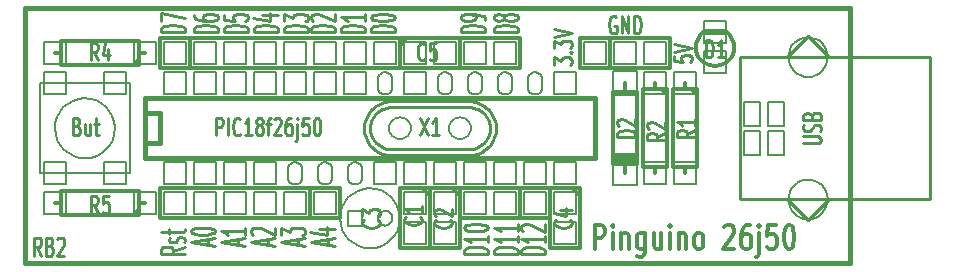
<source format=gto>
G04 (created by PCBNEW-RS274X (2012-jan-04)-stable) date ven. 31 août 2012 10:29:44 CEST*
G01*
G70*
G90*
%MOIN*%
G04 Gerber Fmt 3.4, Leading zero omitted, Abs format*
%FSLAX34Y34*%
G04 APERTURE LIST*
%ADD10C,0.006000*%
%ADD11C,0.009900*%
%ADD12C,0.012000*%
%ADD13C,0.015000*%
%ADD14C,0.010000*%
%ADD15C,0.005000*%
G04 APERTURE END LIST*
G54D10*
G54D11*
X47038Y-49743D02*
X46907Y-49457D01*
X46813Y-49743D02*
X46813Y-49143D01*
X46963Y-49143D01*
X47000Y-49171D01*
X47019Y-49200D01*
X47038Y-49257D01*
X47038Y-49343D01*
X47019Y-49400D01*
X47000Y-49429D01*
X46963Y-49457D01*
X46813Y-49457D01*
X47338Y-49429D02*
X47394Y-49457D01*
X47413Y-49486D01*
X47432Y-49543D01*
X47432Y-49629D01*
X47413Y-49686D01*
X47394Y-49714D01*
X47357Y-49743D01*
X47207Y-49743D01*
X47207Y-49143D01*
X47338Y-49143D01*
X47376Y-49171D01*
X47394Y-49200D01*
X47413Y-49257D01*
X47413Y-49314D01*
X47394Y-49371D01*
X47376Y-49400D01*
X47338Y-49429D01*
X47207Y-49429D01*
X47582Y-49200D02*
X47601Y-49171D01*
X47638Y-49143D01*
X47732Y-49143D01*
X47770Y-49171D01*
X47788Y-49200D01*
X47807Y-49257D01*
X47807Y-49314D01*
X47788Y-49400D01*
X47563Y-49743D01*
X47807Y-49743D01*
G54D12*
X65486Y-49524D02*
X65486Y-48724D01*
X65714Y-48724D01*
X65772Y-48762D01*
X65800Y-48800D01*
X65829Y-48876D01*
X65829Y-48990D01*
X65800Y-49067D01*
X65772Y-49105D01*
X65714Y-49143D01*
X65486Y-49143D01*
X66086Y-49524D02*
X66086Y-48990D01*
X66086Y-48724D02*
X66057Y-48762D01*
X66086Y-48800D01*
X66114Y-48762D01*
X66086Y-48724D01*
X66086Y-48800D01*
X66372Y-48990D02*
X66372Y-49524D01*
X66372Y-49067D02*
X66400Y-49029D01*
X66458Y-48990D01*
X66543Y-48990D01*
X66600Y-49029D01*
X66629Y-49105D01*
X66629Y-49524D01*
X67172Y-48990D02*
X67172Y-49638D01*
X67143Y-49714D01*
X67115Y-49752D01*
X67058Y-49790D01*
X66972Y-49790D01*
X66915Y-49752D01*
X67172Y-49486D02*
X67115Y-49524D01*
X67001Y-49524D01*
X66943Y-49486D01*
X66915Y-49448D01*
X66886Y-49371D01*
X66886Y-49143D01*
X66915Y-49067D01*
X66943Y-49029D01*
X67001Y-48990D01*
X67115Y-48990D01*
X67172Y-49029D01*
X67715Y-48990D02*
X67715Y-49524D01*
X67458Y-48990D02*
X67458Y-49410D01*
X67486Y-49486D01*
X67544Y-49524D01*
X67629Y-49524D01*
X67686Y-49486D01*
X67715Y-49448D01*
X68001Y-49524D02*
X68001Y-48990D01*
X68001Y-48724D02*
X67972Y-48762D01*
X68001Y-48800D01*
X68029Y-48762D01*
X68001Y-48724D01*
X68001Y-48800D01*
X68287Y-48990D02*
X68287Y-49524D01*
X68287Y-49067D02*
X68315Y-49029D01*
X68373Y-48990D01*
X68458Y-48990D01*
X68515Y-49029D01*
X68544Y-49105D01*
X68544Y-49524D01*
X68916Y-49524D02*
X68858Y-49486D01*
X68830Y-49448D01*
X68801Y-49371D01*
X68801Y-49143D01*
X68830Y-49067D01*
X68858Y-49029D01*
X68916Y-48990D01*
X69001Y-48990D01*
X69058Y-49029D01*
X69087Y-49067D01*
X69116Y-49143D01*
X69116Y-49371D01*
X69087Y-49448D01*
X69058Y-49486D01*
X69001Y-49524D01*
X68916Y-49524D01*
X69801Y-48800D02*
X69830Y-48762D01*
X69887Y-48724D01*
X70030Y-48724D01*
X70087Y-48762D01*
X70116Y-48800D01*
X70144Y-48876D01*
X70144Y-48952D01*
X70116Y-49067D01*
X69773Y-49524D01*
X70144Y-49524D01*
X70658Y-48724D02*
X70544Y-48724D01*
X70487Y-48762D01*
X70458Y-48800D01*
X70401Y-48914D01*
X70372Y-49067D01*
X70372Y-49371D01*
X70401Y-49448D01*
X70429Y-49486D01*
X70487Y-49524D01*
X70601Y-49524D01*
X70658Y-49486D01*
X70687Y-49448D01*
X70715Y-49371D01*
X70715Y-49181D01*
X70687Y-49105D01*
X70658Y-49067D01*
X70601Y-49029D01*
X70487Y-49029D01*
X70429Y-49067D01*
X70401Y-49105D01*
X70372Y-49181D01*
X70972Y-48990D02*
X70972Y-49676D01*
X70943Y-49752D01*
X70886Y-49790D01*
X70858Y-49790D01*
X70972Y-48724D02*
X70943Y-48762D01*
X70972Y-48800D01*
X71000Y-48762D01*
X70972Y-48724D01*
X70972Y-48800D01*
X71544Y-48724D02*
X71258Y-48724D01*
X71229Y-49105D01*
X71258Y-49067D01*
X71315Y-49029D01*
X71458Y-49029D01*
X71515Y-49067D01*
X71544Y-49105D01*
X71572Y-49181D01*
X71572Y-49371D01*
X71544Y-49448D01*
X71515Y-49486D01*
X71458Y-49524D01*
X71315Y-49524D01*
X71258Y-49486D01*
X71229Y-49448D01*
X71943Y-48724D02*
X72000Y-48724D01*
X72057Y-48762D01*
X72086Y-48800D01*
X72115Y-48876D01*
X72143Y-49029D01*
X72143Y-49219D01*
X72115Y-49371D01*
X72086Y-49448D01*
X72057Y-49486D01*
X72000Y-49524D01*
X71943Y-49524D01*
X71886Y-49486D01*
X71857Y-49448D01*
X71829Y-49371D01*
X71800Y-49219D01*
X71800Y-49029D01*
X71829Y-48876D01*
X71857Y-48800D01*
X71886Y-48762D01*
X71943Y-48724D01*
G54D11*
X61824Y-42290D02*
X61024Y-42290D01*
X61024Y-42196D01*
X61062Y-42140D01*
X61138Y-42103D01*
X61214Y-42084D01*
X61367Y-42065D01*
X61481Y-42065D01*
X61633Y-42084D01*
X61710Y-42103D01*
X61786Y-42140D01*
X61824Y-42196D01*
X61824Y-42290D01*
X61824Y-41877D02*
X61824Y-41802D01*
X61786Y-41765D01*
X61748Y-41746D01*
X61633Y-41709D01*
X61481Y-41690D01*
X61176Y-41690D01*
X61100Y-41709D01*
X61062Y-41727D01*
X61024Y-41765D01*
X61024Y-41840D01*
X61062Y-41877D01*
X61100Y-41896D01*
X61176Y-41915D01*
X61367Y-41915D01*
X61443Y-41896D01*
X61481Y-41877D01*
X61519Y-41840D01*
X61519Y-41765D01*
X61481Y-41727D01*
X61443Y-41709D01*
X61367Y-41690D01*
X62924Y-42290D02*
X62124Y-42290D01*
X62124Y-42196D01*
X62162Y-42140D01*
X62238Y-42103D01*
X62314Y-42084D01*
X62467Y-42065D01*
X62581Y-42065D01*
X62733Y-42084D01*
X62810Y-42103D01*
X62886Y-42140D01*
X62924Y-42196D01*
X62924Y-42290D01*
X62467Y-41840D02*
X62429Y-41877D01*
X62390Y-41896D01*
X62314Y-41915D01*
X62276Y-41915D01*
X62200Y-41896D01*
X62162Y-41877D01*
X62124Y-41840D01*
X62124Y-41765D01*
X62162Y-41727D01*
X62200Y-41709D01*
X62276Y-41690D01*
X62314Y-41690D01*
X62390Y-41709D01*
X62429Y-41727D01*
X62467Y-41765D01*
X62467Y-41840D01*
X62505Y-41877D01*
X62543Y-41896D01*
X62619Y-41915D01*
X62771Y-41915D01*
X62848Y-41896D01*
X62886Y-41877D01*
X62924Y-41840D01*
X62924Y-41765D01*
X62886Y-41727D01*
X62848Y-41709D01*
X62771Y-41690D01*
X62619Y-41690D01*
X62543Y-41709D01*
X62505Y-41727D01*
X62467Y-41765D01*
X59835Y-43182D02*
X59816Y-43211D01*
X59760Y-43239D01*
X59722Y-43239D01*
X59666Y-43211D01*
X59629Y-43154D01*
X59610Y-43098D01*
X59591Y-42985D01*
X59591Y-42901D01*
X59610Y-42788D01*
X59629Y-42732D01*
X59666Y-42676D01*
X59722Y-42648D01*
X59760Y-42648D01*
X59816Y-42676D01*
X59835Y-42704D01*
X60191Y-42648D02*
X60004Y-42648D01*
X59985Y-42929D01*
X60004Y-42901D01*
X60041Y-42873D01*
X60135Y-42873D01*
X60173Y-42901D01*
X60191Y-42929D01*
X60210Y-42985D01*
X60210Y-43126D01*
X60191Y-43182D01*
X60173Y-43211D01*
X60135Y-43239D01*
X60041Y-43239D01*
X60004Y-43211D01*
X59985Y-43182D01*
X58824Y-42290D02*
X58024Y-42290D01*
X58024Y-42196D01*
X58062Y-42140D01*
X58138Y-42103D01*
X58214Y-42084D01*
X58367Y-42065D01*
X58481Y-42065D01*
X58633Y-42084D01*
X58710Y-42103D01*
X58786Y-42140D01*
X58824Y-42196D01*
X58824Y-42290D01*
X58024Y-41821D02*
X58024Y-41784D01*
X58062Y-41746D01*
X58100Y-41727D01*
X58176Y-41709D01*
X58329Y-41690D01*
X58519Y-41690D01*
X58671Y-41709D01*
X58748Y-41727D01*
X58786Y-41746D01*
X58824Y-41784D01*
X58824Y-41821D01*
X58786Y-41859D01*
X58748Y-41877D01*
X58671Y-41896D01*
X58519Y-41915D01*
X58329Y-41915D01*
X58176Y-41896D01*
X58100Y-41877D01*
X58062Y-41859D01*
X58024Y-41821D01*
X57824Y-42290D02*
X57024Y-42290D01*
X57024Y-42196D01*
X57062Y-42140D01*
X57138Y-42103D01*
X57214Y-42084D01*
X57367Y-42065D01*
X57481Y-42065D01*
X57633Y-42084D01*
X57710Y-42103D01*
X57786Y-42140D01*
X57824Y-42196D01*
X57824Y-42290D01*
X57824Y-41690D02*
X57824Y-41915D01*
X57824Y-41802D02*
X57024Y-41802D01*
X57138Y-41840D01*
X57214Y-41877D01*
X57252Y-41915D01*
X56824Y-42290D02*
X56024Y-42290D01*
X56024Y-42196D01*
X56062Y-42140D01*
X56138Y-42103D01*
X56214Y-42084D01*
X56367Y-42065D01*
X56481Y-42065D01*
X56633Y-42084D01*
X56710Y-42103D01*
X56786Y-42140D01*
X56824Y-42196D01*
X56824Y-42290D01*
X56100Y-41915D02*
X56062Y-41896D01*
X56024Y-41859D01*
X56024Y-41765D01*
X56062Y-41727D01*
X56100Y-41709D01*
X56176Y-41690D01*
X56252Y-41690D01*
X56367Y-41709D01*
X56824Y-41934D01*
X56824Y-41690D01*
X55924Y-42290D02*
X55124Y-42290D01*
X55124Y-42196D01*
X55162Y-42140D01*
X55238Y-42103D01*
X55314Y-42084D01*
X55467Y-42065D01*
X55581Y-42065D01*
X55733Y-42084D01*
X55810Y-42103D01*
X55886Y-42140D01*
X55924Y-42196D01*
X55924Y-42290D01*
X55124Y-41934D02*
X55124Y-41690D01*
X55429Y-41821D01*
X55429Y-41765D01*
X55467Y-41727D01*
X55505Y-41709D01*
X55581Y-41690D01*
X55771Y-41690D01*
X55848Y-41709D01*
X55886Y-41727D01*
X55924Y-41765D01*
X55924Y-41877D01*
X55886Y-41915D01*
X55848Y-41934D01*
X54924Y-42290D02*
X54124Y-42290D01*
X54124Y-42196D01*
X54162Y-42140D01*
X54238Y-42103D01*
X54314Y-42084D01*
X54467Y-42065D01*
X54581Y-42065D01*
X54733Y-42084D01*
X54810Y-42103D01*
X54886Y-42140D01*
X54924Y-42196D01*
X54924Y-42290D01*
X54390Y-41727D02*
X54924Y-41727D01*
X54086Y-41821D02*
X54657Y-41915D01*
X54657Y-41671D01*
X53924Y-42290D02*
X53124Y-42290D01*
X53124Y-42196D01*
X53162Y-42140D01*
X53238Y-42103D01*
X53314Y-42084D01*
X53467Y-42065D01*
X53581Y-42065D01*
X53733Y-42084D01*
X53810Y-42103D01*
X53886Y-42140D01*
X53924Y-42196D01*
X53924Y-42290D01*
X53124Y-41709D02*
X53124Y-41896D01*
X53505Y-41915D01*
X53467Y-41896D01*
X53429Y-41859D01*
X53429Y-41765D01*
X53467Y-41727D01*
X53505Y-41709D01*
X53581Y-41690D01*
X53771Y-41690D01*
X53848Y-41709D01*
X53886Y-41727D01*
X53924Y-41765D01*
X53924Y-41859D01*
X53886Y-41896D01*
X53848Y-41915D01*
X52924Y-42290D02*
X52124Y-42290D01*
X52124Y-42196D01*
X52162Y-42140D01*
X52238Y-42103D01*
X52314Y-42084D01*
X52467Y-42065D01*
X52581Y-42065D01*
X52733Y-42084D01*
X52810Y-42103D01*
X52886Y-42140D01*
X52924Y-42196D01*
X52924Y-42290D01*
X52124Y-41727D02*
X52124Y-41802D01*
X52162Y-41840D01*
X52200Y-41859D01*
X52314Y-41896D01*
X52467Y-41915D01*
X52771Y-41915D01*
X52848Y-41896D01*
X52886Y-41877D01*
X52924Y-41840D01*
X52924Y-41765D01*
X52886Y-41727D01*
X52848Y-41709D01*
X52771Y-41690D01*
X52581Y-41690D01*
X52505Y-41709D01*
X52467Y-41727D01*
X52429Y-41765D01*
X52429Y-41840D01*
X52467Y-41877D01*
X52505Y-41896D01*
X52581Y-41915D01*
X51824Y-42290D02*
X51024Y-42290D01*
X51024Y-42196D01*
X51062Y-42140D01*
X51138Y-42103D01*
X51214Y-42084D01*
X51367Y-42065D01*
X51481Y-42065D01*
X51633Y-42084D01*
X51710Y-42103D01*
X51786Y-42140D01*
X51824Y-42196D01*
X51824Y-42290D01*
X51024Y-41934D02*
X51024Y-41671D01*
X51824Y-41840D01*
X61924Y-49678D02*
X61124Y-49678D01*
X61124Y-49584D01*
X61162Y-49528D01*
X61238Y-49491D01*
X61314Y-49472D01*
X61467Y-49453D01*
X61581Y-49453D01*
X61733Y-49472D01*
X61810Y-49491D01*
X61886Y-49528D01*
X61924Y-49584D01*
X61924Y-49678D01*
X61924Y-49078D02*
X61924Y-49303D01*
X61924Y-49190D02*
X61124Y-49190D01*
X61238Y-49228D01*
X61314Y-49265D01*
X61352Y-49303D01*
X61124Y-48834D02*
X61124Y-48797D01*
X61162Y-48759D01*
X61200Y-48740D01*
X61276Y-48722D01*
X61429Y-48703D01*
X61619Y-48703D01*
X61771Y-48722D01*
X61848Y-48740D01*
X61886Y-48759D01*
X61924Y-48797D01*
X61924Y-48834D01*
X61886Y-48872D01*
X61848Y-48890D01*
X61771Y-48909D01*
X61619Y-48928D01*
X61429Y-48928D01*
X61276Y-48909D01*
X61200Y-48890D01*
X61162Y-48872D01*
X61124Y-48834D01*
X62924Y-49678D02*
X62124Y-49678D01*
X62124Y-49584D01*
X62162Y-49528D01*
X62238Y-49491D01*
X62314Y-49472D01*
X62467Y-49453D01*
X62581Y-49453D01*
X62733Y-49472D01*
X62810Y-49491D01*
X62886Y-49528D01*
X62924Y-49584D01*
X62924Y-49678D01*
X62924Y-49078D02*
X62924Y-49303D01*
X62924Y-49190D02*
X62124Y-49190D01*
X62238Y-49228D01*
X62314Y-49265D01*
X62352Y-49303D01*
X62924Y-48703D02*
X62924Y-48928D01*
X62924Y-48815D02*
X62124Y-48815D01*
X62238Y-48853D01*
X62314Y-48890D01*
X62352Y-48928D01*
X63824Y-49678D02*
X63024Y-49678D01*
X63024Y-49584D01*
X63062Y-49528D01*
X63138Y-49491D01*
X63214Y-49472D01*
X63367Y-49453D01*
X63481Y-49453D01*
X63633Y-49472D01*
X63710Y-49491D01*
X63786Y-49528D01*
X63824Y-49584D01*
X63824Y-49678D01*
X63824Y-49078D02*
X63824Y-49303D01*
X63824Y-49190D02*
X63024Y-49190D01*
X63138Y-49228D01*
X63214Y-49265D01*
X63252Y-49303D01*
X63100Y-48928D02*
X63062Y-48909D01*
X63024Y-48872D01*
X63024Y-48778D01*
X63062Y-48740D01*
X63100Y-48722D01*
X63176Y-48703D01*
X63252Y-48703D01*
X63367Y-48722D01*
X63824Y-48947D01*
X63824Y-48703D01*
X59681Y-45148D02*
X59944Y-45739D01*
X59944Y-45148D02*
X59681Y-45739D01*
X60300Y-45739D02*
X60075Y-45739D01*
X60188Y-45739D02*
X60188Y-45148D01*
X60150Y-45232D01*
X60113Y-45288D01*
X60075Y-45317D01*
X52875Y-45739D02*
X52875Y-45148D01*
X53025Y-45148D01*
X53062Y-45176D01*
X53081Y-45204D01*
X53100Y-45260D01*
X53100Y-45345D01*
X53081Y-45401D01*
X53062Y-45429D01*
X53025Y-45457D01*
X52875Y-45457D01*
X53269Y-45739D02*
X53269Y-45148D01*
X53682Y-45682D02*
X53663Y-45711D01*
X53607Y-45739D01*
X53569Y-45739D01*
X53513Y-45711D01*
X53476Y-45654D01*
X53457Y-45598D01*
X53438Y-45485D01*
X53438Y-45401D01*
X53457Y-45288D01*
X53476Y-45232D01*
X53513Y-45176D01*
X53569Y-45148D01*
X53607Y-45148D01*
X53663Y-45176D01*
X53682Y-45204D01*
X54057Y-45739D02*
X53832Y-45739D01*
X53945Y-45739D02*
X53945Y-45148D01*
X53907Y-45232D01*
X53870Y-45288D01*
X53832Y-45317D01*
X54282Y-45401D02*
X54245Y-45373D01*
X54226Y-45345D01*
X54207Y-45288D01*
X54207Y-45260D01*
X54226Y-45204D01*
X54245Y-45176D01*
X54282Y-45148D01*
X54357Y-45148D01*
X54395Y-45176D01*
X54413Y-45204D01*
X54432Y-45260D01*
X54432Y-45288D01*
X54413Y-45345D01*
X54395Y-45373D01*
X54357Y-45401D01*
X54282Y-45401D01*
X54245Y-45429D01*
X54226Y-45457D01*
X54207Y-45514D01*
X54207Y-45626D01*
X54226Y-45682D01*
X54245Y-45711D01*
X54282Y-45739D01*
X54357Y-45739D01*
X54395Y-45711D01*
X54413Y-45682D01*
X54432Y-45626D01*
X54432Y-45514D01*
X54413Y-45457D01*
X54395Y-45429D01*
X54357Y-45401D01*
X54545Y-45345D02*
X54695Y-45345D01*
X54601Y-45739D02*
X54601Y-45232D01*
X54620Y-45176D01*
X54657Y-45148D01*
X54695Y-45148D01*
X54807Y-45204D02*
X54826Y-45176D01*
X54863Y-45148D01*
X54957Y-45148D01*
X54995Y-45176D01*
X55013Y-45204D01*
X55032Y-45260D01*
X55032Y-45317D01*
X55013Y-45401D01*
X54788Y-45739D01*
X55032Y-45739D01*
X55370Y-45148D02*
X55295Y-45148D01*
X55257Y-45176D01*
X55238Y-45204D01*
X55201Y-45288D01*
X55182Y-45401D01*
X55182Y-45626D01*
X55201Y-45682D01*
X55220Y-45711D01*
X55257Y-45739D01*
X55332Y-45739D01*
X55370Y-45711D01*
X55388Y-45682D01*
X55407Y-45626D01*
X55407Y-45485D01*
X55388Y-45429D01*
X55370Y-45401D01*
X55332Y-45373D01*
X55257Y-45373D01*
X55220Y-45401D01*
X55201Y-45429D01*
X55182Y-45485D01*
X55576Y-45345D02*
X55576Y-45851D01*
X55557Y-45908D01*
X55520Y-45936D01*
X55501Y-45936D01*
X55576Y-45148D02*
X55557Y-45176D01*
X55576Y-45204D01*
X55595Y-45176D01*
X55576Y-45148D01*
X55576Y-45204D01*
X55951Y-45148D02*
X55764Y-45148D01*
X55745Y-45429D01*
X55764Y-45401D01*
X55801Y-45373D01*
X55895Y-45373D01*
X55933Y-45401D01*
X55951Y-45429D01*
X55970Y-45485D01*
X55970Y-45626D01*
X55951Y-45682D01*
X55933Y-45711D01*
X55895Y-45739D01*
X55801Y-45739D01*
X55764Y-45711D01*
X55745Y-45682D01*
X56214Y-45148D02*
X56251Y-45148D01*
X56289Y-45176D01*
X56308Y-45204D01*
X56326Y-45260D01*
X56345Y-45373D01*
X56345Y-45514D01*
X56326Y-45626D01*
X56308Y-45682D01*
X56289Y-45711D01*
X56251Y-45739D01*
X56214Y-45739D01*
X56176Y-45711D01*
X56158Y-45682D01*
X56139Y-45626D01*
X56120Y-45514D01*
X56120Y-45373D01*
X56139Y-45260D01*
X56158Y-45204D01*
X56176Y-45176D01*
X56214Y-45148D01*
X48935Y-43239D02*
X48804Y-42957D01*
X48710Y-43239D02*
X48710Y-42648D01*
X48860Y-42648D01*
X48897Y-42676D01*
X48916Y-42704D01*
X48935Y-42760D01*
X48935Y-42845D01*
X48916Y-42901D01*
X48897Y-42929D01*
X48860Y-42957D01*
X48710Y-42957D01*
X49273Y-42845D02*
X49273Y-43239D01*
X49179Y-42620D02*
X49085Y-43042D01*
X49329Y-43042D01*
X48238Y-45429D02*
X48294Y-45457D01*
X48313Y-45485D01*
X48332Y-45542D01*
X48332Y-45626D01*
X48313Y-45682D01*
X48294Y-45711D01*
X48257Y-45739D01*
X48107Y-45739D01*
X48107Y-45148D01*
X48238Y-45148D01*
X48276Y-45176D01*
X48294Y-45204D01*
X48313Y-45260D01*
X48313Y-45317D01*
X48294Y-45373D01*
X48276Y-45401D01*
X48238Y-45429D01*
X48107Y-45429D01*
X48670Y-45345D02*
X48670Y-45739D01*
X48501Y-45345D02*
X48501Y-45654D01*
X48520Y-45711D01*
X48557Y-45739D01*
X48613Y-45739D01*
X48651Y-45711D01*
X48670Y-45682D01*
X48801Y-45345D02*
X48951Y-45345D01*
X48857Y-45148D02*
X48857Y-45654D01*
X48876Y-45711D01*
X48913Y-45739D01*
X48951Y-45739D01*
X48935Y-48339D02*
X48804Y-48057D01*
X48710Y-48339D02*
X48710Y-47748D01*
X48860Y-47748D01*
X48897Y-47776D01*
X48916Y-47804D01*
X48935Y-47860D01*
X48935Y-47945D01*
X48916Y-48001D01*
X48897Y-48029D01*
X48860Y-48057D01*
X48710Y-48057D01*
X49291Y-47748D02*
X49104Y-47748D01*
X49085Y-48029D01*
X49104Y-48001D01*
X49141Y-47973D01*
X49235Y-47973D01*
X49273Y-48001D01*
X49291Y-48029D01*
X49310Y-48085D01*
X49310Y-48226D01*
X49291Y-48282D01*
X49273Y-48311D01*
X49235Y-48339D01*
X49141Y-48339D01*
X49104Y-48311D01*
X49085Y-48282D01*
X56595Y-49381D02*
X56595Y-49193D01*
X56824Y-49418D02*
X56024Y-49287D01*
X56824Y-49156D01*
X56290Y-48855D02*
X56824Y-48855D01*
X55986Y-48949D02*
X56557Y-49043D01*
X56557Y-48799D01*
X55595Y-49381D02*
X55595Y-49193D01*
X55824Y-49418D02*
X55024Y-49287D01*
X55824Y-49156D01*
X55024Y-49062D02*
X55024Y-48818D01*
X55329Y-48949D01*
X55329Y-48893D01*
X55367Y-48855D01*
X55405Y-48837D01*
X55481Y-48818D01*
X55671Y-48818D01*
X55748Y-48837D01*
X55786Y-48855D01*
X55824Y-48893D01*
X55824Y-49005D01*
X55786Y-49043D01*
X55748Y-49062D01*
X54595Y-49381D02*
X54595Y-49193D01*
X54824Y-49418D02*
X54024Y-49287D01*
X54824Y-49156D01*
X54100Y-49043D02*
X54062Y-49024D01*
X54024Y-48987D01*
X54024Y-48893D01*
X54062Y-48855D01*
X54100Y-48837D01*
X54176Y-48818D01*
X54252Y-48818D01*
X54367Y-48837D01*
X54824Y-49062D01*
X54824Y-48818D01*
X53595Y-49381D02*
X53595Y-49193D01*
X53824Y-49418D02*
X53024Y-49287D01*
X53824Y-49156D01*
X53824Y-48818D02*
X53824Y-49043D01*
X53824Y-48930D02*
X53024Y-48930D01*
X53138Y-48968D01*
X53214Y-49005D01*
X53252Y-49043D01*
X52595Y-49381D02*
X52595Y-49193D01*
X52824Y-49418D02*
X52024Y-49287D01*
X52824Y-49156D01*
X52024Y-48949D02*
X52024Y-48912D01*
X52062Y-48874D01*
X52100Y-48855D01*
X52176Y-48837D01*
X52329Y-48818D01*
X52519Y-48818D01*
X52671Y-48837D01*
X52748Y-48855D01*
X52786Y-48874D01*
X52824Y-48912D01*
X52824Y-48949D01*
X52786Y-48987D01*
X52748Y-49005D01*
X52671Y-49024D01*
X52519Y-49043D01*
X52329Y-49043D01*
X52176Y-49024D01*
X52100Y-49005D01*
X52062Y-48987D01*
X52024Y-48949D01*
X51824Y-49450D02*
X51443Y-49581D01*
X51824Y-49675D02*
X51024Y-49675D01*
X51024Y-49525D01*
X51062Y-49488D01*
X51100Y-49469D01*
X51176Y-49450D01*
X51290Y-49450D01*
X51367Y-49469D01*
X51405Y-49488D01*
X51443Y-49525D01*
X51443Y-49675D01*
X51786Y-49300D02*
X51824Y-49262D01*
X51824Y-49187D01*
X51786Y-49150D01*
X51710Y-49131D01*
X51671Y-49131D01*
X51595Y-49150D01*
X51557Y-49187D01*
X51557Y-49244D01*
X51519Y-49281D01*
X51443Y-49300D01*
X51405Y-49300D01*
X51329Y-49281D01*
X51290Y-49244D01*
X51290Y-49187D01*
X51329Y-49150D01*
X51290Y-49018D02*
X51290Y-48868D01*
X51024Y-48962D02*
X51710Y-48962D01*
X51786Y-48943D01*
X51824Y-48906D01*
X51824Y-48868D01*
X58282Y-48565D02*
X58311Y-48584D01*
X58339Y-48640D01*
X58339Y-48678D01*
X58311Y-48734D01*
X58254Y-48771D01*
X58198Y-48790D01*
X58085Y-48809D01*
X58001Y-48809D01*
X57888Y-48790D01*
X57832Y-48771D01*
X57776Y-48734D01*
X57748Y-48678D01*
X57748Y-48640D01*
X57776Y-48584D01*
X57804Y-48565D01*
X57748Y-48434D02*
X57748Y-48190D01*
X57973Y-48321D01*
X57973Y-48265D01*
X58001Y-48227D01*
X58029Y-48209D01*
X58085Y-48190D01*
X58226Y-48190D01*
X58282Y-48209D01*
X58311Y-48227D01*
X58339Y-48265D01*
X58339Y-48377D01*
X58311Y-48415D01*
X58282Y-48434D01*
X59682Y-48465D02*
X59711Y-48484D01*
X59739Y-48540D01*
X59739Y-48578D01*
X59711Y-48634D01*
X59654Y-48671D01*
X59598Y-48690D01*
X59485Y-48709D01*
X59401Y-48709D01*
X59288Y-48690D01*
X59232Y-48671D01*
X59176Y-48634D01*
X59148Y-48578D01*
X59148Y-48540D01*
X59176Y-48484D01*
X59204Y-48465D01*
X59739Y-48090D02*
X59739Y-48315D01*
X59739Y-48202D02*
X59148Y-48202D01*
X59232Y-48240D01*
X59288Y-48277D01*
X59317Y-48315D01*
X60682Y-48565D02*
X60711Y-48584D01*
X60739Y-48640D01*
X60739Y-48678D01*
X60711Y-48734D01*
X60654Y-48771D01*
X60598Y-48790D01*
X60485Y-48809D01*
X60401Y-48809D01*
X60288Y-48790D01*
X60232Y-48771D01*
X60176Y-48734D01*
X60148Y-48678D01*
X60148Y-48640D01*
X60176Y-48584D01*
X60204Y-48565D01*
X60204Y-48415D02*
X60176Y-48396D01*
X60148Y-48359D01*
X60148Y-48265D01*
X60176Y-48227D01*
X60204Y-48209D01*
X60260Y-48190D01*
X60317Y-48190D01*
X60401Y-48209D01*
X60739Y-48434D01*
X60739Y-48190D01*
X64682Y-48565D02*
X64711Y-48584D01*
X64739Y-48640D01*
X64739Y-48678D01*
X64711Y-48734D01*
X64654Y-48771D01*
X64598Y-48790D01*
X64485Y-48809D01*
X64401Y-48809D01*
X64288Y-48790D01*
X64232Y-48771D01*
X64176Y-48734D01*
X64148Y-48678D01*
X64148Y-48640D01*
X64176Y-48584D01*
X64204Y-48565D01*
X64345Y-48227D02*
X64739Y-48227D01*
X64120Y-48321D02*
X64542Y-48415D01*
X64542Y-48171D01*
X68148Y-43075D02*
X68148Y-43262D01*
X68429Y-43281D01*
X68401Y-43262D01*
X68373Y-43225D01*
X68373Y-43131D01*
X68401Y-43093D01*
X68429Y-43075D01*
X68485Y-43056D01*
X68626Y-43056D01*
X68682Y-43075D01*
X68711Y-43093D01*
X68739Y-43131D01*
X68739Y-43225D01*
X68711Y-43262D01*
X68682Y-43281D01*
X68148Y-42943D02*
X68739Y-42812D01*
X68148Y-42681D01*
X66200Y-41776D02*
X66163Y-41748D01*
X66106Y-41748D01*
X66050Y-41776D01*
X66013Y-41832D01*
X65994Y-41888D01*
X65975Y-42001D01*
X65975Y-42085D01*
X65994Y-42198D01*
X66013Y-42254D01*
X66050Y-42311D01*
X66106Y-42339D01*
X66144Y-42339D01*
X66200Y-42311D01*
X66219Y-42282D01*
X66219Y-42085D01*
X66144Y-42085D01*
X66388Y-42339D02*
X66388Y-41748D01*
X66613Y-42339D01*
X66613Y-41748D01*
X66801Y-42339D02*
X66801Y-41748D01*
X66895Y-41748D01*
X66951Y-41776D01*
X66988Y-41832D01*
X67007Y-41888D01*
X67026Y-42001D01*
X67026Y-42085D01*
X67007Y-42198D01*
X66988Y-42254D01*
X66951Y-42311D01*
X66895Y-42339D01*
X66801Y-42339D01*
X64148Y-43382D02*
X64148Y-43138D01*
X64373Y-43269D01*
X64373Y-43213D01*
X64401Y-43175D01*
X64429Y-43157D01*
X64485Y-43138D01*
X64626Y-43138D01*
X64682Y-43157D01*
X64711Y-43175D01*
X64739Y-43213D01*
X64739Y-43325D01*
X64711Y-43363D01*
X64682Y-43382D01*
X64682Y-42969D02*
X64711Y-42950D01*
X64739Y-42969D01*
X64711Y-42988D01*
X64682Y-42969D01*
X64739Y-42969D01*
X64148Y-42819D02*
X64148Y-42575D01*
X64373Y-42706D01*
X64373Y-42650D01*
X64401Y-42612D01*
X64429Y-42594D01*
X64485Y-42575D01*
X64626Y-42575D01*
X64682Y-42594D01*
X64711Y-42612D01*
X64739Y-42650D01*
X64739Y-42762D01*
X64711Y-42800D01*
X64682Y-42819D01*
X64148Y-42462D02*
X64739Y-42331D01*
X64148Y-42200D01*
X68839Y-45565D02*
X68557Y-45696D01*
X68839Y-45790D02*
X68248Y-45790D01*
X68248Y-45640D01*
X68276Y-45603D01*
X68304Y-45584D01*
X68360Y-45565D01*
X68445Y-45565D01*
X68501Y-45584D01*
X68529Y-45603D01*
X68557Y-45640D01*
X68557Y-45790D01*
X68839Y-45190D02*
X68839Y-45415D01*
X68839Y-45302D02*
X68248Y-45302D01*
X68332Y-45340D01*
X68388Y-45377D01*
X68417Y-45415D01*
X67839Y-45665D02*
X67557Y-45796D01*
X67839Y-45890D02*
X67248Y-45890D01*
X67248Y-45740D01*
X67276Y-45703D01*
X67304Y-45684D01*
X67360Y-45665D01*
X67445Y-45665D01*
X67501Y-45684D01*
X67529Y-45703D01*
X67557Y-45740D01*
X67557Y-45890D01*
X67304Y-45515D02*
X67276Y-45496D01*
X67248Y-45459D01*
X67248Y-45365D01*
X67276Y-45327D01*
X67304Y-45309D01*
X67360Y-45290D01*
X67417Y-45290D01*
X67501Y-45309D01*
X67839Y-45534D01*
X67839Y-45290D01*
X66839Y-45790D02*
X66248Y-45790D01*
X66248Y-45696D01*
X66276Y-45640D01*
X66332Y-45603D01*
X66388Y-45584D01*
X66501Y-45565D01*
X66585Y-45565D01*
X66698Y-45584D01*
X66754Y-45603D01*
X66811Y-45640D01*
X66839Y-45696D01*
X66839Y-45790D01*
X66304Y-45415D02*
X66276Y-45396D01*
X66248Y-45359D01*
X66248Y-45265D01*
X66276Y-45227D01*
X66304Y-45209D01*
X66360Y-45190D01*
X66417Y-45190D01*
X66501Y-45209D01*
X66839Y-45434D01*
X66839Y-45190D01*
X72448Y-45997D02*
X72926Y-45997D01*
X72982Y-45978D01*
X73011Y-45960D01*
X73039Y-45922D01*
X73039Y-45847D01*
X73011Y-45810D01*
X72982Y-45791D01*
X72926Y-45772D01*
X72448Y-45772D01*
X73011Y-45603D02*
X73039Y-45547D01*
X73039Y-45453D01*
X73011Y-45415D01*
X72982Y-45397D01*
X72926Y-45378D01*
X72870Y-45378D01*
X72814Y-45397D01*
X72785Y-45415D01*
X72757Y-45453D01*
X72729Y-45528D01*
X72701Y-45565D01*
X72673Y-45584D01*
X72617Y-45603D01*
X72560Y-45603D01*
X72504Y-45584D01*
X72476Y-45565D01*
X72448Y-45528D01*
X72448Y-45434D01*
X72476Y-45378D01*
X72729Y-45078D02*
X72757Y-45022D01*
X72785Y-45003D01*
X72842Y-44984D01*
X72926Y-44984D01*
X72982Y-45003D01*
X73011Y-45022D01*
X73039Y-45059D01*
X73039Y-45209D01*
X72448Y-45209D01*
X72448Y-45078D01*
X72476Y-45040D01*
X72504Y-45022D01*
X72560Y-45003D01*
X72617Y-45003D01*
X72673Y-45022D01*
X72701Y-45040D01*
X72729Y-45078D01*
X72729Y-45209D01*
X69210Y-43139D02*
X69210Y-42548D01*
X69304Y-42548D01*
X69360Y-42576D01*
X69397Y-42632D01*
X69416Y-42688D01*
X69435Y-42801D01*
X69435Y-42885D01*
X69416Y-42998D01*
X69397Y-43054D01*
X69360Y-43111D01*
X69304Y-43139D01*
X69210Y-43139D01*
X69810Y-43139D02*
X69585Y-43139D01*
X69698Y-43139D02*
X69698Y-42548D01*
X69660Y-42632D01*
X69623Y-42688D01*
X69585Y-42717D01*
G54D13*
X74000Y-41500D02*
X74000Y-50000D01*
X46500Y-41500D02*
X74000Y-41500D01*
X46500Y-50000D02*
X46500Y-41500D01*
X74000Y-50000D02*
X46500Y-50000D01*
G54D12*
X69090Y-42340D02*
X69940Y-42340D01*
X69850Y-42270D02*
X69840Y-42260D01*
X69970Y-42370D02*
X69850Y-42270D01*
X70080Y-42530D02*
X69970Y-42370D01*
X70130Y-42700D02*
X70080Y-42530D01*
X70130Y-42940D02*
X70130Y-42700D01*
X70060Y-43120D02*
X70130Y-42940D01*
X69910Y-43290D02*
X70060Y-43120D01*
X69710Y-43400D02*
X69910Y-43290D01*
X69510Y-43430D02*
X69710Y-43400D01*
X69500Y-43430D02*
X69300Y-43400D01*
X69300Y-43400D02*
X69100Y-43290D01*
X69100Y-43290D02*
X68950Y-43120D01*
X68950Y-43120D02*
X68880Y-42940D01*
X68880Y-42940D02*
X68880Y-42700D01*
X68880Y-42700D02*
X68930Y-42530D01*
X68930Y-42530D02*
X69040Y-42370D01*
X69040Y-42370D02*
X69160Y-42270D01*
X69160Y-42270D02*
X69170Y-42260D01*
X69170Y-42260D02*
X69820Y-42260D01*
G54D14*
X58700Y-46200D02*
X61300Y-46200D01*
X61300Y-44800D02*
X58700Y-44800D01*
X61300Y-46200D02*
X61361Y-46197D01*
X61421Y-46189D01*
X61481Y-46176D01*
X61539Y-46157D01*
X61595Y-46134D01*
X61650Y-46106D01*
X61701Y-46073D01*
X61749Y-46036D01*
X61794Y-45994D01*
X61836Y-45949D01*
X61873Y-45901D01*
X61906Y-45849D01*
X61934Y-45795D01*
X61957Y-45739D01*
X61976Y-45681D01*
X61989Y-45621D01*
X61997Y-45561D01*
X62000Y-45500D01*
X62000Y-45500D02*
X61997Y-45439D01*
X61989Y-45379D01*
X61976Y-45319D01*
X61957Y-45261D01*
X61934Y-45205D01*
X61906Y-45151D01*
X61873Y-45099D01*
X61836Y-45051D01*
X61794Y-45006D01*
X61749Y-44964D01*
X61701Y-44927D01*
X61650Y-44894D01*
X61595Y-44866D01*
X61539Y-44843D01*
X61481Y-44824D01*
X61421Y-44811D01*
X61361Y-44803D01*
X61300Y-44800D01*
X58000Y-45500D02*
X58003Y-45561D01*
X58011Y-45621D01*
X58024Y-45681D01*
X58043Y-45739D01*
X58066Y-45795D01*
X58094Y-45849D01*
X58127Y-45901D01*
X58164Y-45949D01*
X58206Y-45994D01*
X58251Y-46036D01*
X58299Y-46073D01*
X58351Y-46106D01*
X58405Y-46134D01*
X58461Y-46157D01*
X58519Y-46176D01*
X58579Y-46189D01*
X58639Y-46197D01*
X58700Y-46200D01*
X58700Y-44800D02*
X58639Y-44803D01*
X58579Y-44811D01*
X58519Y-44824D01*
X58461Y-44843D01*
X58405Y-44866D01*
X58351Y-44894D01*
X58299Y-44927D01*
X58251Y-44964D01*
X58206Y-45006D01*
X58164Y-45051D01*
X58127Y-45099D01*
X58094Y-45151D01*
X58066Y-45205D01*
X58043Y-45261D01*
X58024Y-45319D01*
X58011Y-45379D01*
X58003Y-45439D01*
X58000Y-45500D01*
X61300Y-46400D02*
X61378Y-46396D01*
X61456Y-46386D01*
X61532Y-46369D01*
X61607Y-46345D01*
X61680Y-46315D01*
X61750Y-46279D01*
X61816Y-46237D01*
X61878Y-46189D01*
X61936Y-46136D01*
X61989Y-46078D01*
X62037Y-46016D01*
X62079Y-45949D01*
X62115Y-45880D01*
X62145Y-45807D01*
X62169Y-45732D01*
X62186Y-45656D01*
X62196Y-45578D01*
X62200Y-45500D01*
X62200Y-45500D02*
X62196Y-45422D01*
X62186Y-45344D01*
X62169Y-45268D01*
X62145Y-45193D01*
X62115Y-45120D01*
X62079Y-45051D01*
X62037Y-44984D01*
X61989Y-44922D01*
X61936Y-44864D01*
X61878Y-44811D01*
X61816Y-44763D01*
X61750Y-44721D01*
X61680Y-44685D01*
X61607Y-44655D01*
X61532Y-44631D01*
X61456Y-44614D01*
X61378Y-44604D01*
X61300Y-44600D01*
X61300Y-46400D02*
X58700Y-46400D01*
X58700Y-44600D02*
X61300Y-44600D01*
X57800Y-45500D02*
X57804Y-45578D01*
X57814Y-45656D01*
X57831Y-45732D01*
X57855Y-45807D01*
X57885Y-45880D01*
X57921Y-45949D01*
X57963Y-46016D01*
X58011Y-46078D01*
X58064Y-46136D01*
X58122Y-46189D01*
X58184Y-46237D01*
X58251Y-46279D01*
X58320Y-46315D01*
X58393Y-46345D01*
X58468Y-46369D01*
X58544Y-46386D01*
X58622Y-46396D01*
X58700Y-46400D01*
X58700Y-44600D02*
X58622Y-44604D01*
X58544Y-44614D01*
X58468Y-44631D01*
X58393Y-44655D01*
X58320Y-44685D01*
X58251Y-44721D01*
X58184Y-44763D01*
X58122Y-44811D01*
X58064Y-44864D01*
X58011Y-44922D01*
X57963Y-44984D01*
X57921Y-45051D01*
X57885Y-45120D01*
X57855Y-45193D01*
X57831Y-45268D01*
X57814Y-45344D01*
X57804Y-45422D01*
X57800Y-45500D01*
G54D12*
X59020Y-42500D02*
X61000Y-42500D01*
X61000Y-42500D02*
X61000Y-43500D01*
X61000Y-43500D02*
X59000Y-43500D01*
X59000Y-43500D02*
X59000Y-42500D01*
X59000Y-42750D02*
X59250Y-42500D01*
X65000Y-47520D02*
X65000Y-49500D01*
X65000Y-49500D02*
X64000Y-49500D01*
X64000Y-49500D02*
X64000Y-47500D01*
X64000Y-47500D02*
X65000Y-47500D01*
X64750Y-47500D02*
X65000Y-47750D01*
X61000Y-47520D02*
X61000Y-49500D01*
X61000Y-49500D02*
X60000Y-49500D01*
X60000Y-49500D02*
X60000Y-47500D01*
X60000Y-47500D02*
X61000Y-47500D01*
X60750Y-47500D02*
X61000Y-47750D01*
X60000Y-47520D02*
X60000Y-49500D01*
X60000Y-49500D02*
X59000Y-49500D01*
X59000Y-49500D02*
X59000Y-47500D01*
X59000Y-47500D02*
X60000Y-47500D01*
X59750Y-47500D02*
X60000Y-47750D01*
G54D15*
X49500Y-45500D02*
X49480Y-45694D01*
X49424Y-45881D01*
X49332Y-46053D01*
X49209Y-46204D01*
X49059Y-46329D01*
X48887Y-46421D01*
X48701Y-46479D01*
X48506Y-46499D01*
X48313Y-46482D01*
X48126Y-46427D01*
X47953Y-46336D01*
X47801Y-46214D01*
X47675Y-46064D01*
X47581Y-45893D01*
X47522Y-45707D01*
X47501Y-45513D01*
X47517Y-45320D01*
X47571Y-45132D01*
X47660Y-44959D01*
X47781Y-44806D01*
X47930Y-44679D01*
X48100Y-44584D01*
X48286Y-44524D01*
X48480Y-44501D01*
X48673Y-44516D01*
X48861Y-44568D01*
X49035Y-44656D01*
X49189Y-44776D01*
X49317Y-44924D01*
X49413Y-45094D01*
X49475Y-45279D01*
X49499Y-45473D01*
X49500Y-45500D01*
X50000Y-44000D02*
X50000Y-47000D01*
X50000Y-47000D02*
X47000Y-47000D01*
X47000Y-47000D02*
X47000Y-44000D01*
X50000Y-44000D02*
X47000Y-44000D01*
G54D13*
X50500Y-44500D02*
X65500Y-44500D01*
X65500Y-44500D02*
X65500Y-46500D01*
X65500Y-46500D02*
X50500Y-46500D01*
X50500Y-46500D02*
X50500Y-44500D01*
X50500Y-45000D02*
X51000Y-45000D01*
X51000Y-45000D02*
X51000Y-46000D01*
X51000Y-46000D02*
X50500Y-46000D01*
G54D14*
X71910Y-43130D02*
X72600Y-42440D01*
X72600Y-42440D02*
X73290Y-43130D01*
X71910Y-47870D02*
X72600Y-48560D01*
X72600Y-48560D02*
X73290Y-47870D01*
X72600Y-47870D02*
X76660Y-47870D01*
X76660Y-47870D02*
X76660Y-43130D01*
X76660Y-43130D02*
X72600Y-43130D01*
X72600Y-43130D02*
X70350Y-43130D01*
X70350Y-43130D02*
X70350Y-47870D01*
X70350Y-47870D02*
X72600Y-47870D01*
G54D12*
X66500Y-47000D02*
X66500Y-46700D01*
X66500Y-46700D02*
X66900Y-46700D01*
X66900Y-46700D02*
X66900Y-44300D01*
X66900Y-44300D02*
X66500Y-44300D01*
X66500Y-44300D02*
X66500Y-44000D01*
X66500Y-44300D02*
X66100Y-44300D01*
X66100Y-44300D02*
X66100Y-46700D01*
X66100Y-46700D02*
X66500Y-46700D01*
X66900Y-46500D02*
X66100Y-46500D01*
X66100Y-46400D02*
X66900Y-46400D01*
X64000Y-47500D02*
X64000Y-48500D01*
X64000Y-48500D02*
X61000Y-48500D01*
X61000Y-48500D02*
X61000Y-47500D01*
X61000Y-47500D02*
X64000Y-47500D01*
X63000Y-48500D02*
X63000Y-47500D01*
X65000Y-43500D02*
X65000Y-42500D01*
X65000Y-42500D02*
X68000Y-42500D01*
X68000Y-42500D02*
X68000Y-43500D01*
X68000Y-43500D02*
X65000Y-43500D01*
X66000Y-42500D02*
X66000Y-43500D01*
X51000Y-42500D02*
X59000Y-42500D01*
X59000Y-42500D02*
X59000Y-43500D01*
X59000Y-43500D02*
X51000Y-43500D01*
X51000Y-43500D02*
X51000Y-42500D01*
X52000Y-43500D02*
X52000Y-42500D01*
X61000Y-43500D02*
X61000Y-42500D01*
X61000Y-42500D02*
X63000Y-42500D01*
X63000Y-42500D02*
X63000Y-43500D01*
X63000Y-43500D02*
X61000Y-43500D01*
X68500Y-44000D02*
X68500Y-44200D01*
X68500Y-47000D02*
X68500Y-46800D01*
X68500Y-46800D02*
X68900Y-46800D01*
X68900Y-46800D02*
X68900Y-44200D01*
X68900Y-44200D02*
X68100Y-44200D01*
X68100Y-44200D02*
X68100Y-46800D01*
X68100Y-46800D02*
X68500Y-46800D01*
X68700Y-44200D02*
X68900Y-44400D01*
X67500Y-44000D02*
X67500Y-44200D01*
X67500Y-47000D02*
X67500Y-46800D01*
X67500Y-46800D02*
X67900Y-46800D01*
X67900Y-46800D02*
X67900Y-44200D01*
X67900Y-44200D02*
X67100Y-44200D01*
X67100Y-44200D02*
X67100Y-46800D01*
X67100Y-46800D02*
X67500Y-46800D01*
X67700Y-44200D02*
X67900Y-44400D01*
X50500Y-43000D02*
X50300Y-43000D01*
X47500Y-43000D02*
X47700Y-43000D01*
X47700Y-43000D02*
X47700Y-43400D01*
X47700Y-43400D02*
X50300Y-43400D01*
X50300Y-43400D02*
X50300Y-42600D01*
X50300Y-42600D02*
X47700Y-42600D01*
X47700Y-42600D02*
X47700Y-43000D01*
X50300Y-43200D02*
X50100Y-43400D01*
X50500Y-48000D02*
X50300Y-48000D01*
X47500Y-48000D02*
X47700Y-48000D01*
X47700Y-48000D02*
X47700Y-48400D01*
X47700Y-48400D02*
X50300Y-48400D01*
X50300Y-48400D02*
X50300Y-47600D01*
X50300Y-47600D02*
X47700Y-47600D01*
X47700Y-47600D02*
X47700Y-48000D01*
X50300Y-48200D02*
X50100Y-48400D01*
X57000Y-47500D02*
X57000Y-48500D01*
X57000Y-48500D02*
X51000Y-48500D01*
X51000Y-48500D02*
X51000Y-47500D01*
X51000Y-47500D02*
X57000Y-47500D01*
X56000Y-47500D02*
X56000Y-48500D01*
G54D15*
X59001Y-48500D02*
X58981Y-48694D01*
X58925Y-48881D01*
X58833Y-49053D01*
X58710Y-49205D01*
X58559Y-49329D01*
X58387Y-49422D01*
X58201Y-49480D01*
X58006Y-49500D01*
X57813Y-49483D01*
X57626Y-49428D01*
X57452Y-49337D01*
X57300Y-49215D01*
X57175Y-49065D01*
X57080Y-48894D01*
X57021Y-48708D01*
X57000Y-48513D01*
X57016Y-48320D01*
X57070Y-48132D01*
X57159Y-47958D01*
X57280Y-47805D01*
X57429Y-47679D01*
X57600Y-47583D01*
X57786Y-47523D01*
X57980Y-47500D01*
X58173Y-47515D01*
X58361Y-47567D01*
X58536Y-47655D01*
X58690Y-47776D01*
X58817Y-47923D01*
X58914Y-48093D01*
X58976Y-48279D01*
X59000Y-48473D01*
X59001Y-48500D01*
G54D10*
X69130Y-42930D02*
X69130Y-43670D01*
X69870Y-43670D01*
X69870Y-42930D01*
X69130Y-42930D01*
X69137Y-41937D02*
X69137Y-42663D01*
X69863Y-42663D01*
X69863Y-41937D01*
X69137Y-41937D01*
X59363Y-45500D02*
X59356Y-45570D01*
X59335Y-45638D01*
X59302Y-45700D01*
X59257Y-45755D01*
X59202Y-45800D01*
X59140Y-45834D01*
X59072Y-45855D01*
X59002Y-45862D01*
X58932Y-45856D01*
X58865Y-45836D01*
X58802Y-45803D01*
X58747Y-45759D01*
X58701Y-45705D01*
X58667Y-45643D01*
X58645Y-45575D01*
X58638Y-45505D01*
X58643Y-45435D01*
X58663Y-45367D01*
X58695Y-45304D01*
X58739Y-45248D01*
X58793Y-45202D01*
X58855Y-45168D01*
X58923Y-45146D01*
X58993Y-45138D01*
X59063Y-45143D01*
X59131Y-45162D01*
X59194Y-45194D01*
X59250Y-45238D01*
X59296Y-45291D01*
X59331Y-45353D01*
X59353Y-45420D01*
X59362Y-45490D01*
X59363Y-45500D01*
X61363Y-45500D02*
X61356Y-45570D01*
X61335Y-45638D01*
X61302Y-45700D01*
X61257Y-45755D01*
X61202Y-45800D01*
X61140Y-45834D01*
X61072Y-45855D01*
X61002Y-45862D01*
X60932Y-45856D01*
X60865Y-45836D01*
X60802Y-45803D01*
X60747Y-45759D01*
X60701Y-45705D01*
X60667Y-45643D01*
X60645Y-45575D01*
X60638Y-45505D01*
X60643Y-45435D01*
X60663Y-45367D01*
X60695Y-45304D01*
X60739Y-45248D01*
X60793Y-45202D01*
X60855Y-45168D01*
X60923Y-45146D01*
X60993Y-45138D01*
X61063Y-45143D01*
X61131Y-45162D01*
X61194Y-45194D01*
X61250Y-45238D01*
X61296Y-45291D01*
X61331Y-45353D01*
X61353Y-45420D01*
X61362Y-45490D01*
X61363Y-45500D01*
X59130Y-42630D02*
X59130Y-43370D01*
X59870Y-43370D01*
X59870Y-42630D01*
X59130Y-42630D01*
X60130Y-42630D02*
X60130Y-43370D01*
X60870Y-43370D01*
X60870Y-42630D01*
X60130Y-42630D01*
X64130Y-47630D02*
X64130Y-48370D01*
X64870Y-48370D01*
X64870Y-47630D01*
X64130Y-47630D01*
X64137Y-48637D02*
X64137Y-49363D01*
X64863Y-49363D01*
X64863Y-48637D01*
X64137Y-48637D01*
X60130Y-47630D02*
X60130Y-48370D01*
X60870Y-48370D01*
X60870Y-47630D01*
X60130Y-47630D01*
X60137Y-48637D02*
X60137Y-49363D01*
X60863Y-49363D01*
X60863Y-48637D01*
X60137Y-48637D01*
X59130Y-47630D02*
X59130Y-48370D01*
X59870Y-48370D01*
X59870Y-47630D01*
X59130Y-47630D01*
X59137Y-48637D02*
X59137Y-49363D01*
X59863Y-49363D01*
X59863Y-48637D01*
X59137Y-48637D01*
X49130Y-46630D02*
X49130Y-47370D01*
X49870Y-47370D01*
X49870Y-46630D01*
X49130Y-46630D01*
X47130Y-46630D02*
X47130Y-47370D01*
X47870Y-47370D01*
X47870Y-46630D01*
X47130Y-46630D01*
X49130Y-43630D02*
X49130Y-44370D01*
X49870Y-44370D01*
X49870Y-43630D01*
X49130Y-43630D01*
X47130Y-43630D02*
X47130Y-44370D01*
X47870Y-44370D01*
X47870Y-43630D01*
X47130Y-43630D01*
X52130Y-46630D02*
X52130Y-47370D01*
X52870Y-47370D01*
X52870Y-46630D01*
X52130Y-46630D01*
X53130Y-46630D02*
X53130Y-47370D01*
X53870Y-47370D01*
X53870Y-46630D01*
X53130Y-46630D01*
X54130Y-46630D02*
X54130Y-47370D01*
X54870Y-47370D01*
X54870Y-46630D01*
X54130Y-46630D01*
X55745Y-47125D02*
X55745Y-46875D01*
X55255Y-47125D02*
X55255Y-46875D01*
X55745Y-46875D02*
X55744Y-46854D01*
X55741Y-46833D01*
X55736Y-46812D01*
X55730Y-46792D01*
X55722Y-46772D01*
X55712Y-46753D01*
X55700Y-46735D01*
X55687Y-46718D01*
X55673Y-46702D01*
X55657Y-46688D01*
X55640Y-46675D01*
X55622Y-46663D01*
X55603Y-46653D01*
X55583Y-46645D01*
X55563Y-46639D01*
X55542Y-46634D01*
X55521Y-46631D01*
X55500Y-46630D01*
X55479Y-46631D01*
X55458Y-46634D01*
X55437Y-46639D01*
X55417Y-46645D01*
X55397Y-46653D01*
X55378Y-46663D01*
X55360Y-46675D01*
X55343Y-46688D01*
X55327Y-46702D01*
X55313Y-46718D01*
X55300Y-46735D01*
X55288Y-46753D01*
X55278Y-46772D01*
X55270Y-46792D01*
X55264Y-46812D01*
X55259Y-46833D01*
X55256Y-46854D01*
X55255Y-46875D01*
X55255Y-47125D02*
X55256Y-47146D01*
X55259Y-47167D01*
X55264Y-47188D01*
X55270Y-47208D01*
X55278Y-47228D01*
X55288Y-47247D01*
X55300Y-47265D01*
X55313Y-47282D01*
X55327Y-47298D01*
X55343Y-47312D01*
X55360Y-47325D01*
X55378Y-47337D01*
X55397Y-47347D01*
X55417Y-47355D01*
X55437Y-47361D01*
X55458Y-47366D01*
X55479Y-47369D01*
X55500Y-47370D01*
X55521Y-47369D01*
X55542Y-47366D01*
X55563Y-47361D01*
X55583Y-47355D01*
X55603Y-47347D01*
X55622Y-47337D01*
X55640Y-47325D01*
X55657Y-47312D01*
X55673Y-47298D01*
X55687Y-47282D01*
X55700Y-47265D01*
X55712Y-47247D01*
X55722Y-47228D01*
X55730Y-47208D01*
X55736Y-47188D01*
X55741Y-47167D01*
X55744Y-47146D01*
X55745Y-47125D01*
X56745Y-47125D02*
X56745Y-46875D01*
X56255Y-47125D02*
X56255Y-46875D01*
X56745Y-46875D02*
X56744Y-46854D01*
X56741Y-46833D01*
X56736Y-46812D01*
X56730Y-46792D01*
X56722Y-46772D01*
X56712Y-46753D01*
X56700Y-46735D01*
X56687Y-46718D01*
X56673Y-46702D01*
X56657Y-46688D01*
X56640Y-46675D01*
X56622Y-46663D01*
X56603Y-46653D01*
X56583Y-46645D01*
X56563Y-46639D01*
X56542Y-46634D01*
X56521Y-46631D01*
X56500Y-46630D01*
X56479Y-46631D01*
X56458Y-46634D01*
X56437Y-46639D01*
X56417Y-46645D01*
X56397Y-46653D01*
X56378Y-46663D01*
X56360Y-46675D01*
X56343Y-46688D01*
X56327Y-46702D01*
X56313Y-46718D01*
X56300Y-46735D01*
X56288Y-46753D01*
X56278Y-46772D01*
X56270Y-46792D01*
X56264Y-46812D01*
X56259Y-46833D01*
X56256Y-46854D01*
X56255Y-46875D01*
X56255Y-47125D02*
X56256Y-47146D01*
X56259Y-47167D01*
X56264Y-47188D01*
X56270Y-47208D01*
X56278Y-47228D01*
X56288Y-47247D01*
X56300Y-47265D01*
X56313Y-47282D01*
X56327Y-47298D01*
X56343Y-47312D01*
X56360Y-47325D01*
X56378Y-47337D01*
X56397Y-47347D01*
X56417Y-47355D01*
X56437Y-47361D01*
X56458Y-47366D01*
X56479Y-47369D01*
X56500Y-47370D01*
X56521Y-47369D01*
X56542Y-47366D01*
X56563Y-47361D01*
X56583Y-47355D01*
X56603Y-47347D01*
X56622Y-47337D01*
X56640Y-47325D01*
X56657Y-47312D01*
X56673Y-47298D01*
X56687Y-47282D01*
X56700Y-47265D01*
X56712Y-47247D01*
X56722Y-47228D01*
X56730Y-47208D01*
X56736Y-47188D01*
X56741Y-47167D01*
X56744Y-47146D01*
X56745Y-47125D01*
X57745Y-47125D02*
X57745Y-46875D01*
X57255Y-47125D02*
X57255Y-46875D01*
X57745Y-46875D02*
X57744Y-46854D01*
X57741Y-46833D01*
X57736Y-46812D01*
X57730Y-46792D01*
X57722Y-46772D01*
X57712Y-46753D01*
X57700Y-46735D01*
X57687Y-46718D01*
X57673Y-46702D01*
X57657Y-46688D01*
X57640Y-46675D01*
X57622Y-46663D01*
X57603Y-46653D01*
X57583Y-46645D01*
X57563Y-46639D01*
X57542Y-46634D01*
X57521Y-46631D01*
X57500Y-46630D01*
X57479Y-46631D01*
X57458Y-46634D01*
X57437Y-46639D01*
X57417Y-46645D01*
X57397Y-46653D01*
X57378Y-46663D01*
X57360Y-46675D01*
X57343Y-46688D01*
X57327Y-46702D01*
X57313Y-46718D01*
X57300Y-46735D01*
X57288Y-46753D01*
X57278Y-46772D01*
X57270Y-46792D01*
X57264Y-46812D01*
X57259Y-46833D01*
X57256Y-46854D01*
X57255Y-46875D01*
X57255Y-47125D02*
X57256Y-47146D01*
X57259Y-47167D01*
X57264Y-47188D01*
X57270Y-47208D01*
X57278Y-47228D01*
X57288Y-47247D01*
X57300Y-47265D01*
X57313Y-47282D01*
X57327Y-47298D01*
X57343Y-47312D01*
X57360Y-47325D01*
X57378Y-47337D01*
X57397Y-47347D01*
X57417Y-47355D01*
X57437Y-47361D01*
X57458Y-47366D01*
X57479Y-47369D01*
X57500Y-47370D01*
X57521Y-47369D01*
X57542Y-47366D01*
X57563Y-47361D01*
X57583Y-47355D01*
X57603Y-47347D01*
X57622Y-47337D01*
X57640Y-47325D01*
X57657Y-47312D01*
X57673Y-47298D01*
X57687Y-47282D01*
X57700Y-47265D01*
X57712Y-47247D01*
X57722Y-47228D01*
X57730Y-47208D01*
X57736Y-47188D01*
X57741Y-47167D01*
X57744Y-47146D01*
X57745Y-47125D01*
X58130Y-46630D02*
X58130Y-47370D01*
X58870Y-47370D01*
X58870Y-46630D01*
X58130Y-46630D01*
X59130Y-46630D02*
X59130Y-47370D01*
X59870Y-47370D01*
X59870Y-46630D01*
X59130Y-46630D01*
X60130Y-46630D02*
X60130Y-47370D01*
X60870Y-47370D01*
X60870Y-46630D01*
X60130Y-46630D01*
X61130Y-46630D02*
X61130Y-47370D01*
X61870Y-47370D01*
X61870Y-46630D01*
X61130Y-46630D01*
X62130Y-46630D02*
X62130Y-47370D01*
X62870Y-47370D01*
X62870Y-46630D01*
X62130Y-46630D01*
X63130Y-46630D02*
X63130Y-47370D01*
X63870Y-47370D01*
X63870Y-46630D01*
X63130Y-46630D01*
X64130Y-46630D02*
X64130Y-47370D01*
X64870Y-47370D01*
X64870Y-46630D01*
X64130Y-46630D01*
X51130Y-46630D02*
X51130Y-47370D01*
X51870Y-47370D01*
X51870Y-46630D01*
X51130Y-46630D01*
X64130Y-43630D02*
X64130Y-44370D01*
X64870Y-44370D01*
X64870Y-43630D01*
X64130Y-43630D01*
X63745Y-44125D02*
X63745Y-43875D01*
X63255Y-44125D02*
X63255Y-43875D01*
X63745Y-43875D02*
X63744Y-43854D01*
X63741Y-43833D01*
X63736Y-43812D01*
X63730Y-43792D01*
X63722Y-43772D01*
X63712Y-43753D01*
X63700Y-43735D01*
X63687Y-43718D01*
X63673Y-43702D01*
X63657Y-43688D01*
X63640Y-43675D01*
X63622Y-43663D01*
X63603Y-43653D01*
X63583Y-43645D01*
X63563Y-43639D01*
X63542Y-43634D01*
X63521Y-43631D01*
X63500Y-43630D01*
X63479Y-43631D01*
X63458Y-43634D01*
X63437Y-43639D01*
X63417Y-43645D01*
X63397Y-43653D01*
X63378Y-43663D01*
X63360Y-43675D01*
X63343Y-43688D01*
X63327Y-43702D01*
X63313Y-43718D01*
X63300Y-43735D01*
X63288Y-43753D01*
X63278Y-43772D01*
X63270Y-43792D01*
X63264Y-43812D01*
X63259Y-43833D01*
X63256Y-43854D01*
X63255Y-43875D01*
X63255Y-44125D02*
X63256Y-44146D01*
X63259Y-44167D01*
X63264Y-44188D01*
X63270Y-44208D01*
X63278Y-44228D01*
X63288Y-44247D01*
X63300Y-44265D01*
X63313Y-44282D01*
X63327Y-44298D01*
X63343Y-44312D01*
X63360Y-44325D01*
X63378Y-44337D01*
X63397Y-44347D01*
X63417Y-44355D01*
X63437Y-44361D01*
X63458Y-44366D01*
X63479Y-44369D01*
X63500Y-44370D01*
X63521Y-44369D01*
X63542Y-44366D01*
X63563Y-44361D01*
X63583Y-44355D01*
X63603Y-44347D01*
X63622Y-44337D01*
X63640Y-44325D01*
X63657Y-44312D01*
X63673Y-44298D01*
X63687Y-44282D01*
X63700Y-44265D01*
X63712Y-44247D01*
X63722Y-44228D01*
X63730Y-44208D01*
X63736Y-44188D01*
X63741Y-44167D01*
X63744Y-44146D01*
X63745Y-44125D01*
X62745Y-44125D02*
X62745Y-43875D01*
X62255Y-44125D02*
X62255Y-43875D01*
X62745Y-43875D02*
X62744Y-43854D01*
X62741Y-43833D01*
X62736Y-43812D01*
X62730Y-43792D01*
X62722Y-43772D01*
X62712Y-43753D01*
X62700Y-43735D01*
X62687Y-43718D01*
X62673Y-43702D01*
X62657Y-43688D01*
X62640Y-43675D01*
X62622Y-43663D01*
X62603Y-43653D01*
X62583Y-43645D01*
X62563Y-43639D01*
X62542Y-43634D01*
X62521Y-43631D01*
X62500Y-43630D01*
X62479Y-43631D01*
X62458Y-43634D01*
X62437Y-43639D01*
X62417Y-43645D01*
X62397Y-43653D01*
X62378Y-43663D01*
X62360Y-43675D01*
X62343Y-43688D01*
X62327Y-43702D01*
X62313Y-43718D01*
X62300Y-43735D01*
X62288Y-43753D01*
X62278Y-43772D01*
X62270Y-43792D01*
X62264Y-43812D01*
X62259Y-43833D01*
X62256Y-43854D01*
X62255Y-43875D01*
X62255Y-44125D02*
X62256Y-44146D01*
X62259Y-44167D01*
X62264Y-44188D01*
X62270Y-44208D01*
X62278Y-44228D01*
X62288Y-44247D01*
X62300Y-44265D01*
X62313Y-44282D01*
X62327Y-44298D01*
X62343Y-44312D01*
X62360Y-44325D01*
X62378Y-44337D01*
X62397Y-44347D01*
X62417Y-44355D01*
X62437Y-44361D01*
X62458Y-44366D01*
X62479Y-44369D01*
X62500Y-44370D01*
X62521Y-44369D01*
X62542Y-44366D01*
X62563Y-44361D01*
X62583Y-44355D01*
X62603Y-44347D01*
X62622Y-44337D01*
X62640Y-44325D01*
X62657Y-44312D01*
X62673Y-44298D01*
X62687Y-44282D01*
X62700Y-44265D01*
X62712Y-44247D01*
X62722Y-44228D01*
X62730Y-44208D01*
X62736Y-44188D01*
X62741Y-44167D01*
X62744Y-44146D01*
X62745Y-44125D01*
X61745Y-44125D02*
X61745Y-43875D01*
X61255Y-44125D02*
X61255Y-43875D01*
X61745Y-43875D02*
X61744Y-43854D01*
X61741Y-43833D01*
X61736Y-43812D01*
X61730Y-43792D01*
X61722Y-43772D01*
X61712Y-43753D01*
X61700Y-43735D01*
X61687Y-43718D01*
X61673Y-43702D01*
X61657Y-43688D01*
X61640Y-43675D01*
X61622Y-43663D01*
X61603Y-43653D01*
X61583Y-43645D01*
X61563Y-43639D01*
X61542Y-43634D01*
X61521Y-43631D01*
X61500Y-43630D01*
X61479Y-43631D01*
X61458Y-43634D01*
X61437Y-43639D01*
X61417Y-43645D01*
X61397Y-43653D01*
X61378Y-43663D01*
X61360Y-43675D01*
X61343Y-43688D01*
X61327Y-43702D01*
X61313Y-43718D01*
X61300Y-43735D01*
X61288Y-43753D01*
X61278Y-43772D01*
X61270Y-43792D01*
X61264Y-43812D01*
X61259Y-43833D01*
X61256Y-43854D01*
X61255Y-43875D01*
X61255Y-44125D02*
X61256Y-44146D01*
X61259Y-44167D01*
X61264Y-44188D01*
X61270Y-44208D01*
X61278Y-44228D01*
X61288Y-44247D01*
X61300Y-44265D01*
X61313Y-44282D01*
X61327Y-44298D01*
X61343Y-44312D01*
X61360Y-44325D01*
X61378Y-44337D01*
X61397Y-44347D01*
X61417Y-44355D01*
X61437Y-44361D01*
X61458Y-44366D01*
X61479Y-44369D01*
X61500Y-44370D01*
X61521Y-44369D01*
X61542Y-44366D01*
X61563Y-44361D01*
X61583Y-44355D01*
X61603Y-44347D01*
X61622Y-44337D01*
X61640Y-44325D01*
X61657Y-44312D01*
X61673Y-44298D01*
X61687Y-44282D01*
X61700Y-44265D01*
X61712Y-44247D01*
X61722Y-44228D01*
X61730Y-44208D01*
X61736Y-44188D01*
X61741Y-44167D01*
X61744Y-44146D01*
X61745Y-44125D01*
X60745Y-44125D02*
X60745Y-43875D01*
X60255Y-44125D02*
X60255Y-43875D01*
X60745Y-43875D02*
X60744Y-43854D01*
X60741Y-43833D01*
X60736Y-43812D01*
X60730Y-43792D01*
X60722Y-43772D01*
X60712Y-43753D01*
X60700Y-43735D01*
X60687Y-43718D01*
X60673Y-43702D01*
X60657Y-43688D01*
X60640Y-43675D01*
X60622Y-43663D01*
X60603Y-43653D01*
X60583Y-43645D01*
X60563Y-43639D01*
X60542Y-43634D01*
X60521Y-43631D01*
X60500Y-43630D01*
X60479Y-43631D01*
X60458Y-43634D01*
X60437Y-43639D01*
X60417Y-43645D01*
X60397Y-43653D01*
X60378Y-43663D01*
X60360Y-43675D01*
X60343Y-43688D01*
X60327Y-43702D01*
X60313Y-43718D01*
X60300Y-43735D01*
X60288Y-43753D01*
X60278Y-43772D01*
X60270Y-43792D01*
X60264Y-43812D01*
X60259Y-43833D01*
X60256Y-43854D01*
X60255Y-43875D01*
X60255Y-44125D02*
X60256Y-44146D01*
X60259Y-44167D01*
X60264Y-44188D01*
X60270Y-44208D01*
X60278Y-44228D01*
X60288Y-44247D01*
X60300Y-44265D01*
X60313Y-44282D01*
X60327Y-44298D01*
X60343Y-44312D01*
X60360Y-44325D01*
X60378Y-44337D01*
X60397Y-44347D01*
X60417Y-44355D01*
X60437Y-44361D01*
X60458Y-44366D01*
X60479Y-44369D01*
X60500Y-44370D01*
X60521Y-44369D01*
X60542Y-44366D01*
X60563Y-44361D01*
X60583Y-44355D01*
X60603Y-44347D01*
X60622Y-44337D01*
X60640Y-44325D01*
X60657Y-44312D01*
X60673Y-44298D01*
X60687Y-44282D01*
X60700Y-44265D01*
X60712Y-44247D01*
X60722Y-44228D01*
X60730Y-44208D01*
X60736Y-44188D01*
X60741Y-44167D01*
X60744Y-44146D01*
X60745Y-44125D01*
X59130Y-43630D02*
X59130Y-44370D01*
X59870Y-44370D01*
X59870Y-43630D01*
X59130Y-43630D01*
X58745Y-44125D02*
X58745Y-43875D01*
X58255Y-44125D02*
X58255Y-43875D01*
X58745Y-43875D02*
X58744Y-43854D01*
X58741Y-43833D01*
X58736Y-43812D01*
X58730Y-43792D01*
X58722Y-43772D01*
X58712Y-43753D01*
X58700Y-43735D01*
X58687Y-43718D01*
X58673Y-43702D01*
X58657Y-43688D01*
X58640Y-43675D01*
X58622Y-43663D01*
X58603Y-43653D01*
X58583Y-43645D01*
X58563Y-43639D01*
X58542Y-43634D01*
X58521Y-43631D01*
X58500Y-43630D01*
X58479Y-43631D01*
X58458Y-43634D01*
X58437Y-43639D01*
X58417Y-43645D01*
X58397Y-43653D01*
X58378Y-43663D01*
X58360Y-43675D01*
X58343Y-43688D01*
X58327Y-43702D01*
X58313Y-43718D01*
X58300Y-43735D01*
X58288Y-43753D01*
X58278Y-43772D01*
X58270Y-43792D01*
X58264Y-43812D01*
X58259Y-43833D01*
X58256Y-43854D01*
X58255Y-43875D01*
X58255Y-44125D02*
X58256Y-44146D01*
X58259Y-44167D01*
X58264Y-44188D01*
X58270Y-44208D01*
X58278Y-44228D01*
X58288Y-44247D01*
X58300Y-44265D01*
X58313Y-44282D01*
X58327Y-44298D01*
X58343Y-44312D01*
X58360Y-44325D01*
X58378Y-44337D01*
X58397Y-44347D01*
X58417Y-44355D01*
X58437Y-44361D01*
X58458Y-44366D01*
X58479Y-44369D01*
X58500Y-44370D01*
X58521Y-44369D01*
X58542Y-44366D01*
X58563Y-44361D01*
X58583Y-44355D01*
X58603Y-44347D01*
X58622Y-44337D01*
X58640Y-44325D01*
X58657Y-44312D01*
X58673Y-44298D01*
X58687Y-44282D01*
X58700Y-44265D01*
X58712Y-44247D01*
X58722Y-44228D01*
X58730Y-44208D01*
X58736Y-44188D01*
X58741Y-44167D01*
X58744Y-44146D01*
X58745Y-44125D01*
X57130Y-43630D02*
X57130Y-44370D01*
X57870Y-44370D01*
X57870Y-43630D01*
X57130Y-43630D01*
X56130Y-43630D02*
X56130Y-44370D01*
X56870Y-44370D01*
X56870Y-43630D01*
X56130Y-43630D01*
X55130Y-43630D02*
X55130Y-44370D01*
X55870Y-44370D01*
X55870Y-43630D01*
X55130Y-43630D01*
X54130Y-43630D02*
X54130Y-44370D01*
X54870Y-44370D01*
X54870Y-43630D01*
X54130Y-43630D01*
X53130Y-43630D02*
X53130Y-44370D01*
X53870Y-44370D01*
X53870Y-43630D01*
X53130Y-43630D01*
X52130Y-43630D02*
X52130Y-44370D01*
X52870Y-44370D01*
X52870Y-43630D01*
X52130Y-43630D01*
X51130Y-43630D02*
X51130Y-44370D01*
X51870Y-44370D01*
X51870Y-43630D01*
X51130Y-43630D01*
X71803Y-45590D02*
X71803Y-46390D01*
X71257Y-46390D01*
X71257Y-45590D01*
X71803Y-45590D01*
X71803Y-44610D02*
X71803Y-45410D01*
X71257Y-45410D01*
X71257Y-44610D01*
X71803Y-44610D01*
X71013Y-44610D02*
X71013Y-45410D01*
X70467Y-45410D01*
X70467Y-44610D01*
X71013Y-44610D01*
X71013Y-45590D02*
X71013Y-46390D01*
X70467Y-46390D01*
X70467Y-45590D01*
X71013Y-45590D01*
X73259Y-47870D02*
X73246Y-47998D01*
X73209Y-48121D01*
X73148Y-48234D01*
X73067Y-48334D01*
X72968Y-48416D01*
X72855Y-48477D01*
X72732Y-48515D01*
X72604Y-48528D01*
X72477Y-48517D01*
X72354Y-48481D01*
X72240Y-48421D01*
X72139Y-48340D01*
X72057Y-48242D01*
X71995Y-48129D01*
X71956Y-48007D01*
X71942Y-47879D01*
X71952Y-47752D01*
X71988Y-47628D01*
X72047Y-47514D01*
X72126Y-47413D01*
X72224Y-47329D01*
X72337Y-47267D01*
X72459Y-47227D01*
X72587Y-47212D01*
X72714Y-47222D01*
X72838Y-47256D01*
X72953Y-47314D01*
X73054Y-47393D01*
X73138Y-47491D01*
X73202Y-47602D01*
X73242Y-47724D01*
X73258Y-47852D01*
X73259Y-47870D01*
X73259Y-43130D02*
X73246Y-43258D01*
X73209Y-43381D01*
X73148Y-43494D01*
X73067Y-43594D01*
X72968Y-43676D01*
X72855Y-43737D01*
X72732Y-43775D01*
X72604Y-43788D01*
X72477Y-43777D01*
X72354Y-43741D01*
X72240Y-43681D01*
X72139Y-43600D01*
X72057Y-43502D01*
X71995Y-43389D01*
X71956Y-43267D01*
X71942Y-43139D01*
X71952Y-43012D01*
X71988Y-42888D01*
X72047Y-42774D01*
X72126Y-42673D01*
X72224Y-42589D01*
X72337Y-42527D01*
X72459Y-42487D01*
X72587Y-42472D01*
X72714Y-42482D01*
X72838Y-42516D01*
X72953Y-42574D01*
X73054Y-42653D01*
X73138Y-42751D01*
X73202Y-42862D01*
X73242Y-42984D01*
X73258Y-43112D01*
X73259Y-43130D01*
X66100Y-47400D02*
X66100Y-46600D01*
X66900Y-46600D01*
X66900Y-47400D01*
X66100Y-47400D01*
X66100Y-44400D02*
X66100Y-43600D01*
X66900Y-43600D01*
X66900Y-44400D01*
X66100Y-44400D01*
X63130Y-47630D02*
X63130Y-48370D01*
X63870Y-48370D01*
X63870Y-47630D01*
X63130Y-47630D01*
X62130Y-47630D02*
X62130Y-48370D01*
X62870Y-48370D01*
X62870Y-47630D01*
X62130Y-47630D01*
X61130Y-47630D02*
X61130Y-48370D01*
X61870Y-48370D01*
X61870Y-47630D01*
X61130Y-47630D01*
X65130Y-42630D02*
X65130Y-43370D01*
X65870Y-43370D01*
X65870Y-42630D01*
X65130Y-42630D01*
X66130Y-42630D02*
X66130Y-43370D01*
X66870Y-43370D01*
X66870Y-42630D01*
X66130Y-42630D01*
X67130Y-42630D02*
X67130Y-43370D01*
X67870Y-43370D01*
X67870Y-42630D01*
X67130Y-42630D01*
X51130Y-42630D02*
X51130Y-43370D01*
X51870Y-43370D01*
X51870Y-42630D01*
X51130Y-42630D01*
X52130Y-42630D02*
X52130Y-43370D01*
X52870Y-43370D01*
X52870Y-42630D01*
X52130Y-42630D01*
X53130Y-42630D02*
X53130Y-43370D01*
X53870Y-43370D01*
X53870Y-42630D01*
X53130Y-42630D01*
X54130Y-42630D02*
X54130Y-43370D01*
X54870Y-43370D01*
X54870Y-42630D01*
X54130Y-42630D01*
X55130Y-42630D02*
X55130Y-43370D01*
X55870Y-43370D01*
X55870Y-42630D01*
X55130Y-42630D01*
X56130Y-42630D02*
X56130Y-43370D01*
X56870Y-43370D01*
X56870Y-42630D01*
X56130Y-42630D01*
X57130Y-42630D02*
X57130Y-43370D01*
X57870Y-43370D01*
X57870Y-42630D01*
X57130Y-42630D01*
X58130Y-42630D02*
X58130Y-43370D01*
X58870Y-43370D01*
X58870Y-42630D01*
X58130Y-42630D01*
X61130Y-42630D02*
X61130Y-43370D01*
X61870Y-43370D01*
X61870Y-42630D01*
X61130Y-42630D01*
X62130Y-42630D02*
X62130Y-43370D01*
X62870Y-43370D01*
X62870Y-42630D01*
X62130Y-42630D01*
X68130Y-43630D02*
X68130Y-44370D01*
X68870Y-44370D01*
X68870Y-43630D01*
X68130Y-43630D01*
X68130Y-46630D02*
X68130Y-47370D01*
X68870Y-47370D01*
X68870Y-46630D01*
X68130Y-46630D01*
X67130Y-43630D02*
X67130Y-44370D01*
X67870Y-44370D01*
X67870Y-43630D01*
X67130Y-43630D01*
X67130Y-46630D02*
X67130Y-47370D01*
X67870Y-47370D01*
X67870Y-46630D01*
X67130Y-46630D01*
X50130Y-42630D02*
X50130Y-43370D01*
X50870Y-43370D01*
X50870Y-42630D01*
X50130Y-42630D01*
X47130Y-42630D02*
X47130Y-43370D01*
X47870Y-43370D01*
X47870Y-42630D01*
X47130Y-42630D01*
X50130Y-47630D02*
X50130Y-48370D01*
X50870Y-48370D01*
X50870Y-47630D01*
X50130Y-47630D01*
X47130Y-47630D02*
X47130Y-48370D01*
X47870Y-48370D01*
X47870Y-47630D01*
X47130Y-47630D01*
X56130Y-47630D02*
X56130Y-48370D01*
X56870Y-48370D01*
X56870Y-47630D01*
X56130Y-47630D01*
X55130Y-47630D02*
X55130Y-48370D01*
X55870Y-48370D01*
X55870Y-47630D01*
X55130Y-47630D01*
X54130Y-47630D02*
X54130Y-48370D01*
X54870Y-48370D01*
X54870Y-47630D01*
X54130Y-47630D01*
X53130Y-47630D02*
X53130Y-48370D01*
X53870Y-48370D01*
X53870Y-47630D01*
X53130Y-47630D01*
X52130Y-47630D02*
X52130Y-48370D01*
X52870Y-48370D01*
X52870Y-47630D01*
X52130Y-47630D01*
X51130Y-47630D02*
X51130Y-48370D01*
X51870Y-48370D01*
X51870Y-47630D01*
X51130Y-47630D01*
X57255Y-48255D02*
X57255Y-48745D01*
X57745Y-48745D01*
X57745Y-48255D01*
X57255Y-48255D01*
X58745Y-48500D02*
X58740Y-48547D01*
X58726Y-48593D01*
X58704Y-48635D01*
X58673Y-48672D01*
X58637Y-48703D01*
X58594Y-48725D01*
X58549Y-48739D01*
X58501Y-48744D01*
X58455Y-48740D01*
X58409Y-48727D01*
X58366Y-48705D01*
X58329Y-48675D01*
X58298Y-48638D01*
X58275Y-48596D01*
X58261Y-48550D01*
X58256Y-48503D01*
X58260Y-48456D01*
X58273Y-48410D01*
X58295Y-48368D01*
X58324Y-48330D01*
X58361Y-48299D01*
X58402Y-48276D01*
X58448Y-48261D01*
X58495Y-48256D01*
X58542Y-48259D01*
X58588Y-48272D01*
X58631Y-48294D01*
X58668Y-48323D01*
X58700Y-48359D01*
X58723Y-48401D01*
X58738Y-48446D01*
X58744Y-48494D01*
X58745Y-48500D01*
M02*

</source>
